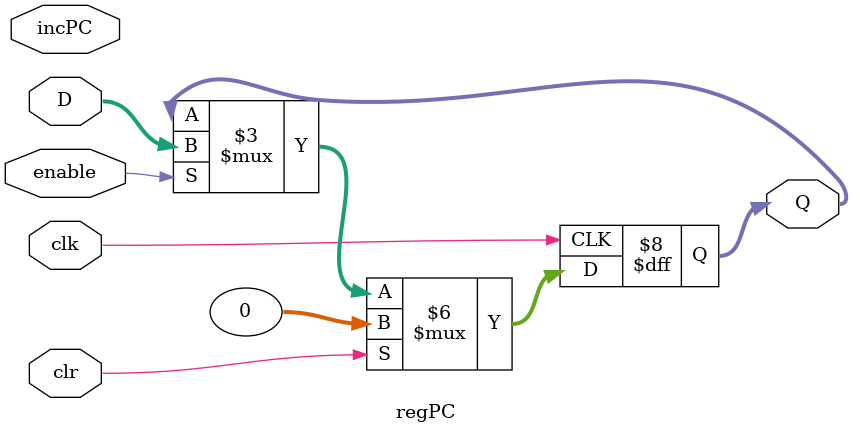
<source format=v>
module regPC #(parameter qInitial = 0)(clr, clk, incPC, enable, D, Q);
	input wire clr, clk, enable, incPC;
	input wire [31:0]D;
	output reg [31:0]Q;
	
	initial Q = qInitial;
		
    //Use posedge clk and check for incPC inside the always block
	always @(posedge clk) begin
		if (clr) //If clr is high set to 0
			Q <= 0;
		else if (enable) //If enable is high, read value from bus to Q
			Q <= D;
	end
endmodule

</source>
